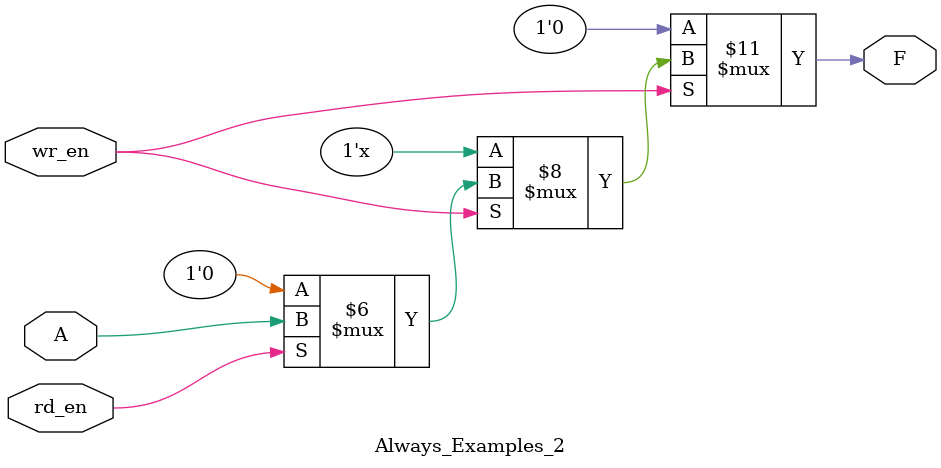
<source format=v>

    
//    reg nl, s_v;
    
//    always@(A,B,C) begin
//    nl=A^B;
//    s_v=nl^C;
//    end
    
//    assign s=s_v;
    
//endmodule


//************************************************2. Example********************************************************
//MUX yaptık
`timescale 1ns / 1ps
module Always_Examples_2(
    input wire A,
    input wire wr_en,
    input wire rd_en,
    output reg F
    );
  always@(*)
    begin
        if(wr_en==1)
            begin
                if(rd_en==1) //if else arasında farklı if else varsa begin end ekelnir tekrardan
                F=A;
                else
                F=0;
            end
        else
        F=0;
    end
endmodule




</source>
